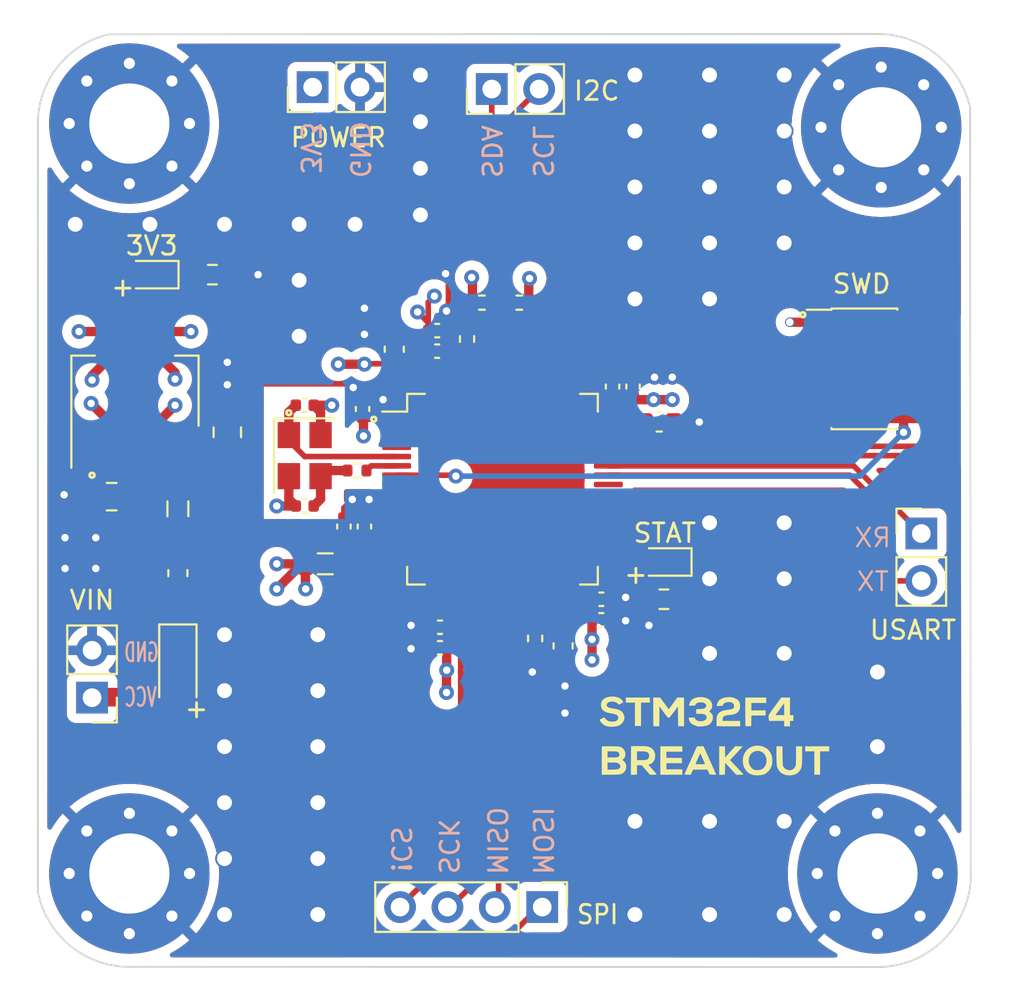
<source format=kicad_pcb>
(kicad_pcb (version 20211014) (generator pcbnew)
  (layers (0 "F.Cu" signal) (1 "In1.Cu" power) (2 "In2.Cu" power) (31 "B.Cu" signal) (34 "B.Paste" user) (35 "F.Paste" user) (36 "B.SilkS" user "B.Silkscreen") (37 "F.SilkS" user "F.Silkscreen") (38 "B.Mask" user) (39 "F.Mask" user) (44 "Edge.Cuts" user))
  (net 0 "")
  (net 1 "Net-(D3-Pad1)")
  (net 2 "GND")
  (net 3 "Net-(D2-Pad1)")
  (net 4 "+3V3")
  (net 5 "I2C1_SCL")
  (net 6 "HSE_OUT")
  (net 7 "Net-(C18-Pad1)")
  (net 8 "I2C1_SDA")
  (net 9 "BOOT1")
  (net 10 "BOOT0")
  (net 11 "Net-(C1-Pad1)")
  (net 15 "HSE_IN")
  (net 16 "NRST")
  (net 21 "+3.3VA")
  (net 26 "SPI1_CS")
  (net 27 "SPI1_SCK")
  (net 28 "SPI1_MISO")
  (net 29 "SPI1_MOSI")
  (net 36 "Net-(C15-Pad1)")
  (net 37 "Net-(D3-Pad2)")
  (net 46 "USART1_TX")
  (net 47 "USART1_RX")
  (net 50 "SWDIO")
  (net 51 "Net-(C16-Pad1)")
  (net 52 "SWCLK")
  (net 58 "SWO")
  (net 63 "Net-(F1-Pad2)")
  (net 64 "Net-(D1-Pad1)")
  (net 65 "VCC")
  (footprint "MountingHole:MountingHole_4.3mm_M4_Pad_Via" (layer "F.Cu") (at 107.2 72.8)
    (fp_text reference "H2")
    (fp_text value "MountingHole_Pad")
  )
  (footprint "Connector_PinHeader_2.54mm:PinHeader_1x02_P2.54mm_Vertical" (layer "F.Cu") (at 109.35 94.575)
    (fp_text reference "J2")
    (fp_text value "Conn_01x02")
  )
  (footprint "Capacitor_SMD:C_0402_1005Metric" (layer "F.Cu") (at 92.8 86.7 90)
    (fp_text reference "C9")
    (fp_text value "100nf")
  )
  (footprint "Capacitor_SMD:C_0805_2012Metric" (layer "F.Cu") (at 72.15 89.15 90)
    (fp_text reference "C1")
    (fp_text value "10u")
  )
  (footprint "MountingHole:MountingHole_4.3mm_M4_Pad_Via" (layer "F.Cu") (at 107 112.8)
    (fp_text reference "H3")
    (fp_text value "MountingHole_Pad")
  )
  (footprint "Capacitor_SMD:C_0402_1005Metric" (layer "F.Cu") (at 83.55 100.7 180)
    (fp_text reference "C6")
    (fp_text value "100nf")
  )
  (footprint "Package_QFP:LQFP-64_10x10mm_P0.5mm" (layer "F.Cu") (at 86.9 92.2)
    (fp_text reference "U2")
    (fp_text value "STM32F405RGTx")
  )
  (footprint "Resistor_SMD:R_0603_1608Metric" (layer "F.Cu") (at 95.55 98.1 180)
    (fp_text reference "R7")
    (fp_text value "2k2")
  )
  (footprint "Connector_PinHeader_2.54mm:PinHeader_1x02_P2.54mm_Vertical" (layer "F.Cu") (at 64.9 103.375 180)
    (fp_text reference "J1")
    (fp_text value "Conn_01x02")
  )
  (footprint "Capacitor_SMD:C_0402_1005Metric" (layer "F.Cu") (at 83.4 83.7)
    (fp_text reference "C12")
    (fp_text value "100nf")
  )
  (footprint "Inductor_SMD:L_0805_2012Metric" (layer "F.Cu") (at 77.4 96.2 180)
    (fp_text reference "FB2")
    (fp_text value "100 @ 100 MHz")
  )
  (footprint "Resistor_SMD:R_0402_1005Metric" (layer "F.Cu") (at 85.8 82.2)
    (fp_text reference "R5")
    (fp_text value "2k2")
  )
  (footprint "Resistor_SMD:R_0402_1005Metric" (layer "F.Cu") (at 85 84.15 90)
    (fp_text reference "R2")
    (fp_text value "10k")
  )
  (footprint "MountingHole:MountingHole_4.3mm_M4_Pad_Via" (layer "F.Cu") (at 66.9 112.8)
    (fp_text reference "H4")
    (fp_text value "MountingHole_Pad")
  )
  (footprint "logosilkscreen:F4Silkscreen" (layer "F.Cu") (at 98.3 105.4)
    (fp_text reference "G***" hide)
    (fp_text value "LOGO" hide)
  )
  (footprint "Resistor_SMD:R_0402_1005Metric" (layer "F.Cu") (at 88.65 100.2 -90)
    (fp_text reference "R3")
    (fp_text value "10k")
  )
  (footprint "Crystal:Crystal_SMD_3225-4Pin_3.2x2.5mm" (layer "F.Cu") (at 76.3 90.4 -90)
    (fp_text reference "HSE1")
    (fp_text value "16MHz")
  )
  (footprint "LED_SMD:LED_0603_1608Metric" (layer "F.Cu") (at 68.05 80.7 180)
    (fp_text reference "D2")
    (fp_text value "Red")
  )
  (footprint "Capacitor_SMD:C_0402_1005Metric" (layer "F.Cu") (at 83.4 84.8)
    (fp_text reference "C11")
    (fp_text value "100nf")
  )
  (footprint "Connector_PinHeader_2.54mm:PinHeader_1x02_P2.54mm_Vertical" (layer "F.Cu") (at 86.325 70.75 90)
    (fp_text reference "J5")
    (fp_text value "Conn_01x02")
  )
  (footprint "LED_SMD:LED_0603_1608Metric" (layer "F.Cu") (at 95.55 96.1 180)
    (fp_text reference "D3")
    (fp_text value "Red")
  )
  (footprint "Capacitor_SMD:C_0402_1005Metric" (layer "F.Cu") (at 78.4 94.2 90)
    (fp_text reference "C13")
    (fp_text value "100nf")
  )
  (footprint "Capacitor_SMD:C_0603_1608Metric" (layer "F.Cu") (at 95.3 88.6)
    (fp_text reference "C16")
    (fp_text value "2.2u")
  )
  (footprint "Capacitor_SMD:C_0402_1005Metric" (layer "F.Cu") (at 76.3 87.7)
    (fp_text reference "C17")
    (fp_text value "12p")
  )
  (footprint "Capacitor_SMD:C_0402_1005Metric" (layer "F.Cu") (at 83.55 99.6 180)
    (fp_text reference "C5")
    (fp_text value "100nf")
  )
  (footprint "MountingHole:MountingHole_4.3mm_M4_Pad_Via" (layer "F.Cu") (at 66.9 72.6)
    (fp_text reference "H1")
    (fp_text value "MountingHole_Pad")
  )
  (footprint "Capacitor_SMD:C_0603_1608Metric" (layer "F.Cu") (at 90.15 100.6 -90)
    (fp_text reference "C15")
    (fp_text value "2.2u")
  )
  (footprint "Resistor_SMD:R_0402_1005Metric" (layer "F.Cu") (at 87.8 82.2 180)
    (fp_text reference "R4")
    (fp_text value "2k2")
  )
  (footprint "Inductor_SMD:L_0805_2012Metric" (layer "F.Cu") (at 69.5 93.25 -90)
    (fp_text reference "FB1")
    (fp_text value "100 @ 100 MHz")
  )
  (footprint "Capacitor_SMD:C_0402_1005Metric" (layer "F.Cu") (at 92.2 99.2)
    (fp_text reference "C8")
    (fp_text value "100nf")
  )
  (footprint "Diode_SMD:D_SOD-123" (layer "F.Cu") (at 69.5 101.7 -90)
    (fp_text reference "D1")
    (fp_text value "B5819W")
  )
  (footprint "Capacitor_SMD:C_0402_1005Metric" (layer "F.Cu") (at 93.9 86.7 90)
    (fp_text reference "C10")
    (fp_text value "100nf")
  )
  (footprint "Connector_PinHeader_2.54mm:PinHeader_1x02_P2.54mm_Vertical" (layer "F.Cu") (at 76.725 70.65 90)
    (fp_text reference "J3")
    (fp_text value "Conn_01x02")
  )
  (footprint "Resistor_SMD:R_0603_1608Metric" (layer "F.Cu") (at 71.35 80.7)
    (fp_text reference "R1")
    (fp_text value "2k2")
  )
  (footprint "Package_TO_SOT_SMD:SOT-223-3_TabPin2" (layer "F.Cu") (at 67.2 86.95 90)
    (fp_text reference "U1")
    (fp_text value "AMS1117-3.3")
  )
  (footprint "Capacitor_SMD:C_0402_1005Metric" (layer "F.Cu") (at 79.4 87.9 90)
    (fp_text reference "C4")
    (fp_text value "100nf")
  )
  (footprint "Connector_PinHeader_2.54mm:PinHeader_1x04_P2.54mm_Vertical" (layer "F.Cu") (at 89.03 114.6 -90)
    (fp_text reference "J6")
    (fp_text value "Conn_01x04")
  )
  (footprint "Capacitor_SMD:C_0402_1005Metric" (layer "F.Cu") (at 76.3 93.1 180)
    (fp_text reference "C18")
    (fp_text value "12p")
  )
  (footprint "Capacitor_SMD:C_0805_2012Metric" (layer "F.Cu") (at 65.95 92.6 180)
    (fp_text reference "C2")
    (fp_text value "10u")
  )
  (footprint "Capacitor_SMD:C_0402_1005Metric" (layer "F.Cu") (at 79.5 94.2 90)
    (fp_text reference "C14")
    (fp_text value "10n")
  )
  (footprint "Capacitor_SMD:C_0402_1005Metric" (layer "F.Cu") (at 92.2 98.1)
    (fp_text reference "C7")
    (fp_text value "100nf")
  )
  (footprint "Capacitor_SMD:C_0603_1608Metric" (layer "F.Cu") (at 81.1 84.7 90)
    (fp_text reference "C3")
    (fp_text value "10u")
  )
  (footprint "Fuse:Fuse_0603_1608Metric" (layer "F.Cu") (at 69.5 96.7 90)
    (fp_text reference "F1")
    (fp_text value "500mA")
  )
  (footprint "Resistor_SMD:R_0402_1005Metric" (layer "F.Cu") (at 79.1 91.2 180)
    (fp_text reference "R6")
    (fp_text value "220")
  )
  (footprint "Connector_PinHeader_1.27mm:PinHeader_2x05_P1.27mm_Vertical_SMD" (layer "F.Cu") (at 106.3 85.75)
    (fp_text reference "J4")
    (fp_text value "Conn_02x05_Odd_Even")
  )
  (gr_circle (center 103 82.85) (end 103 82.8) (layer "F.SilkS") (width 0.15) (fill none))
  (gr_circle (center 80 88.45) (end 80 88.4) (layer "F.SilkS") (width 0.15) (fill none))
  (gr_circle (center 64.9 91.45) (end 64.9 91.4) (layer "F.SilkS") (width 0.15) (fill none))
  (gr_circle (center 75.45 88.1) (end 75.45 88.05) (layer "F.SilkS") (width 0.15) (fill none))
  (gr_arc (start 62.000001 72.4) (mid 63.130443 69.463053) (end 65.813153 67.817871) (layer "Edge.Cuts") (width 0.1))
  (gr_line (start 61.997508 113.802782) (end 62.000001 72.4) (layer "Edge.Cuts") (width 0.1))
  (gr_line (start 65.813153 67.817871) (end 106.9 67.8) (layer "Edge.Cuts") (width 0.1))
  (gr_arc (start 112 113.2) (mid 110.40247 116.485539) (end 107 117.815974) (layer "Edge.Cuts") (width 0.1))
  (gr_line (start 107 117.815974) (end 67.1 117.8) (layer "Edge.Cuts") (width 0.1))
  (gr_arc (start 67.1 117.8) (mid 63.814097 116.739188) (end 61.997508 113.802782) (layer "Edge.Cuts") (width 0.1))
  (gr_line (start 111.965382 71.731675) (end 112 113.2) (layer "Edge.Cuts") (width 0.1))
  (gr_arc (start 106.9 67.8) (mid 110.127699 68.870422) (end 111.965382 71.731675) (layer "Edge.Cuts") (width 0.1))
  (gr_text "!CS" (at 81.45 111.5 270) (layer "B.SilkS") (effects (font (size 1 1)) (justify mirror)))
  (gr_text "SCL\n" (at 89.05 74.1 270) (layer "B.SilkS") (effects (font (size 1 1)) (justify mirror)))
  (gr_text "VCC" (at 67.5 103.35) (layer "B.SilkS") (effects (font (size 1 0.6) (thickness 0.125)) (justify mirror)))
  (gr_text "3V3" (at 76.6 73.9 270) (layer "B.SilkS") (effects (font (size 1 1)) (justify mirror)))
  (gr_text "MISO\n" (at 86.6 111.05 270) (layer "B.SilkS") (effects (font (size 1 1)) (justify mirror)))
  (gr_text "SDA\n" (at 86.3 74.1 270) (layer "B.SilkS") (effects (font (size 1 1)) (justify mirror)))
  (gr_text "GND" (at 67.55 100.95) (layer "B.SilkS") (effects (font (size 1 0.6) (thickness 0.125)) (justify mirror)))
  (gr_text "SCK" (at 84 111.35 270) (layer "B.SilkS") (effects (font (size 1 1)) (justify mirror)))
  (gr_text "GND" (at 79.25 74 270) (layer "B.SilkS") (effects (font (size 1 1)) (justify mirror)))
  (gr_text "TX\n" (at 106.75 97.15) (layer "B.SilkS") (effects (font (size 1 1) (thickness 0.125)) (justify mirror)))
  (gr_text "RX\n" (at 106.75 94.8) (layer "B.SilkS") (effects (font (size 1 1) (thickness 0.125)) (justify mirror)))
  (gr_text "MOSI" (at 89.05 111.05 270) (layer "B.SilkS") (effects (font (size 1 1)) (justify mirror)))
  (gr_text "POWER\n" (at 78.1 73.35) (layer "F.SilkS") (effects (font (size 1 1))))
  (gr_text "STAT" (at 95.6 94.55) (layer "F.SilkS") (effects (font (size 1 1))))
  (gr_text "+" (at 66.55 81.35) (layer "F.SilkS") (effects (font (size 1 1))))
  (gr_text "+" (at 94.05 96.75) (layer "F.SilkS") (effects (font (size 1 1))))
  (gr_text "USART" (at 108.9 99.75) (layer "F.SilkS") (effects (font (size 1 1))))
  (gr_text "+" (at 70.5 103.95) (layer "F.SilkS") (effects (font (size 1 1))))
  (gr_text "SPI\n" (at 92 115) (layer "F.SilkS") (effects (font (size 1 0.9))))
  (gr_text "SWD" (at 106.15 81.2) (layer "F.SilkS") (effects (font (size 1 1))))
  (gr_text "3V3" (at 68.1 79.15) (layer "F.SilkS") (effects (font (size 1 1))))
  (gr_text "VIN\n\n" (at 64.9 98.95) (layer "F.SilkS") (effects (font (size 1 1))))
  (gr_text "I2C" (at 91.95 70.85) (layer "F.SilkS") (effects (font (size 1 1))))
  (segment (start 96.3375 96.1) (end 96.3375 98.0625) (width 0.5) (layer "F.Cu") (net 1))
  (segment (start 96.3375 98.0625) (end 96.375 98.1) (width 0.5) (layer "F.Cu") (net 1))
  (segment (start 83.88 82.67) (end 83.9 82.65) (width 0.3) (layer "F.Cu") (net 2))
  (segment (start 95.05 86.2) (end 93.92 86.2) (width 0.5) (layer "F.Cu") (net 2))
  (segment (start 83.88 84.8) (end 83.88 83.7) (width 0.3) (layer "F.Cu") (net 2))
  (segment (start 75.45 91.5) (end 75.45 92.73) (width 0.5) (layer "F.Cu") (net 2))
  (segment (start 96 86.2) (end 95.05 86.2) (width 0.5) (layer "F.Cu") (net 2))
  (segment (start 94.725 98.1) (end 94.725 99.475) (width 0.5) (layer "F.Cu") (net 2))
  (segment (start 81.1 83.925) (end 80.925 83.925) (width 0.5) (layer "F.Cu") (net 2))
  (segment (start 77.15 88.07) (end 76.78 87.7) (width 0.5) (layer "F.Cu") (net 2))
  (segment (start 72.175 80.7) (end 73.8 80.7) (width 0.5) (layer "F.Cu") (net 2))
  (segment (start 79.73 93.95) (end 79.5 93.72) (width 0.3) (layer "F.Cu") (net 2))
  (segment (start 90.25 102.75) (end 90.25 104.2) (width 0.5) (layer "F.Cu") (net 2))
  (segment (start 93.92 86.2) (end 93.9 86.22) (width 0.5) (layer "F.Cu") (net 2))
  (segment (start 79.4 87.42) (end 79.4 87.25) (width 0.5) (layer "F.Cu") (net 2))
  (segment (start 92.68 98.1) (end 92.68 99.2) (width 0.5) (layer "F.Cu") (net 2))
  (segment (start 78.4 93.72) (end 78.4 93.2) (width 0.3) (layer "F.Cu") (net 2))
  (segment (start 92.8 86.22) (end 93.9 86.22) (width 0.5) (layer "F.Cu") (net 2))
  (segment (start 90.15 102.65) (end 90.25 102.75) (width 0.5) (layer "F.Cu") (net 2))
  (segment (start 83.07 99.557035) (end 83.07 99.6) (width 0.3) (layer "F.Cu") (net 2))
  (segment (start 83.65 85.03) (end 83.88 84.8) (width 0.3) (layer "F.Cu") (net 2))
  (segment (start 72.15 88.2) (end 72.15 86.6) (width 0.5) (layer "F.Cu") (net 2))
  (segment (start 79.4 87.42) (end 80.48 87.42) (width 0.5) (layer "F.Cu") (net 2))
  (segment (start 72.15 86.6) (end 72.15 85.4) (width 0.5) (layer "F.Cu") (net 2))
  (segment (start 78.4 93.2) (end 78.85 92.75) (width 0.3) (layer "F.Cu") (net 2))
  (segment (start 93.45 99.2) (end 93.5 99.25) (width 0.5) (layer "F.Cu") (net 2))
  (segment (start 79.5 93) (end 79.75 92.75) (width 0.3) (layer "F.Cu") (net 2))
  (segment (start 88.65 100.71) (end 88.65 101.85) (width 0.5) (layer "F.Cu") (net 2))
  (segment (start 64.9 90.1) (end 64.9 92.5) (width 1) (layer "F.Cu") (net 2))
  (segment (start 79.4 87.25) (end 78.9 86.75) (width 0.5) (layer "F.Cu") (net 2))
  (segment (start 82.05 100.7) (end 82 100.75) (width 0.3) (layer "F.Cu") (net 2))
  (segment (start 82.1 99.6) (end 82 99.5) (width 0.3) (layer "F.Cu") (net 2))
  (segment (start 93.4 98.1) (end 93.5 98) (width 0.5) (layer "F.Cu") (net 2))
  (segment (start 74.8 93.1) (end 75.82 93.1) (width 0.5) (layer "F.Cu") (net 2))
  (segment (start 88.65 101.85) (end 88.5 102) (width 0.5) (layer "F.Cu") (net 2))
  (segment (start 77.75 87.7) (end 76.78 87.7) (width 0.5) (layer "F.Cu") (net 2))
  (segment (start 81.225 93.95) (end 79.73 93.95) (width 0.3) (layer "F.Cu") (net 2))
  (segment (start 72.15 88.2) (end 72.15 87.7) (width 0.5) (layer "F.Cu") (net 2))
  (segment (start 90.15 101.375) (end 90.15 102.65) (width 0.5) (layer "F.Cu") (net 2))
  (segment (start 84 82.55) (end 84 80.8) (width 0.3) (layer "F.Cu") (net 2))
  (segment (start 92.68 99.2) (end 93.45 99.2) (width 0.5) (layer "F.Cu") (net 2))
  (segment (start 83.65 86.525) (end 83.65 85.03) (width 0.3) (layer "F.Cu") (net 2))
  (segment (start 83.07 99.6) (end 83.07 100.7) (width 0.3) (layer "F.Cu") (net 2))
  (segment (start 94.725 99.475) (end 94.75 99.5) (width 0.5) (layer "F.Cu") (net 2))
  (segment (start 96.075 88.6) (end 97.45 88.6) (width 0.5) (layer "F.Cu") (net 2))
  (segment (start 79.525 83.925) (end 79.5 83.9) (width 0.5) (layer "F.Cu") (net 2))
  (segment (start 83.94 83.64) (end 83.88 83.7) (width 0.5) (layer "F.Cu") (net 2))
  (segment (start 80.48 87.42) (end 80.5 87.4) (width 0.5) (layer "F.Cu") (net 2))
  (segment (start 85 83.64) (end 83.94 83.64) (width 0.5) (layer "F.Cu") (net 2))
  (segment (start 83.07 99.6) (end 82.1 99.6) (width 0.3) (layer "F.Cu") (net 2))
  (segment (start 83.65 97.875) (end 83.65 98.977035) (width 0.3) (layer "F.Cu") (net 2))
  (segment (start 83.9 82.65) (end 84 82.55) (width 0.3) (layer "F.Cu") (net 2))
  (segment (start 83.65 98.977035) (end 83.07 99.557035) (width 0.3) (layer "F.Cu") (net 2))
  (segment (start 64.9 92.5) (end 65 92.6) (width 1) (layer "F.Cu") (net 2))
  (segment (start 75.45 92.73) (end 75.82 93.1) (width 0.5) (layer "F.Cu") (net 2))
  (segment (start 77.15 89.3) (end 77.15 88.07) (width 0.5) (layer "F.Cu") (net 2))
  (segment (start 79.5 93.72) (end 79.5 93) (width 0.3) (layer "F.Cu") (net 2))
  (segment (start 80.925 83.925) (end 79.5 82.5) (width 0.5) (layer "F.Cu") (net 2))
  (segment (start 83.88 83.7) (end 83.88 82.67) (width 0.3) (layer "F.Cu") (net 2))
  (segment (start 83.07 100.7) (end 82.05 100.7) (width 0.3) (layer "F.Cu") (net 2))
  (segment (start 79.5 93.72) (end 78.4 93.72) (width 0.3) (layer "F.Cu") (net 2))
  (segment (start 84 80.8) (end 83.85 80.65) (width 0.3) (layer "F.Cu") (net 2))
  (segment (start 92.68 98.1) (end 93.4 98.1) (width 0.5) (layer "F.Cu") (net 2))
  (segment (start 81.1 83.925) (end 79.525 83.925) (width 0.5) (layer "F.Cu") (net 2))
  (via (at 76 84) (size 1) (drill 0.8) (layers "F.Cu" "B.Cu") (net 2))
  (via (at 77 103) (size 1) (drill 0.8) (layers "F.Cu" "B.Cu") (net 2))
  (via (at 64 78) (size 1) (drill 0.8) (layers "F.Cu" "B.Cu") (net 2))
  (via (at 90.25 104.2) (size 0.8) (drill 0.4) (layers "F.Cu" "B.Cu") (net 2))
  (via (at 72.15 85.4) (size 0.8) (drill 0.4) (layers "F.Cu" "B.Cu") (net 2))
  (via (at 98 97) (size 1) (drill 0.8) (layers "F.Cu" "B.Cu") (net 2))
  (via (at 98 79) (size 1) (drill 0.8) (layers "F.Cu" "B.Cu") (net 2))
  (via (at 77 109) (size 1) (drill 0.8) (layers "F.Cu" "B.Cu") (net 2))
  (via (at 82.5 77.5) (size 1) (drill 0.8) (layers "F.Cu" "B.Cu") (net 2))
  (via (at 72 109) (size 1) (drill 0.8) (layers "F.Cu" "B.Cu") (net 2))
  (via (at 79.5 83.9) (size 0.8) (drill 0.4) (layers "F.Cu" "B.Cu") (net 2))
  (via (at 74.8 93.1) (size 0.8) (drill 0.4) (layers "F.Cu" "B.Cu") (net 2))
  (via (at 68 78) (size 1) (drill 0.8) (layers "F.Cu" "B.Cu") (net 2))
  (via (at 77 112) (size 1) (drill 0.8) (layers "F.Cu" "B.Cu") (net 2))
  (via (at 77.75 87.7) (size 0.8) (drill 0.4) (layers "F.Cu" "B.Cu") (net 2))
  (via (at 78.85 92.75) (size 0.8) (drill 0.4) (layers "F.Cu" "B.Cu") (net 2))
  (via (at 102 76) (size 1) (drill 0.8) (layers "F.Cu" "B.Cu") (net 2))
  (via (at 72 106) (size 1) (drill 0.8) (layers "F.Cu" "B.Cu") (net 2))
  (via (at 93.5 99.25) (size 0.8) (drill 0.4) (layers "F.Cu" "B.Cu") (net 2))
  (via (at 79.75 92.75) (size 0.8) (drill 0.4) (layers "F.Cu" "B.Cu") (net 2))
  (via (at 97.45 88.6) (size 0.8) (drill 0.4) (layers "F.Cu" "B.Cu") (net 2))
  (via (at 78.9 86.75) (size 0.8) (drill 0.4) (layers "F.Cu" "B.Cu") (net 2))
  (via (at 65.1 96.45) (size 0.8) (drill 0.4) (layers "F.Cu" "B.Cu") (net 2))
  (via (at 102 73) (size 1) (drill 0.8) (layers "F.Cu" "B.Cu") (net 2))
  (via (at 94 76) (size 1) (drill 0.8) (layers "F.Cu" "B.Cu") (net 2))
  (via (at 98 115) (size 1) (drill 0.8) (layers "F.Cu" "B.Cu") (net 2))
  (via (at 79.5 82.5) (size 0.8) (drill 0.4) (layers "F.Cu" "B.Cu") (net 2))
  (via (at 63.45 96.45) (size 0.8) (drill 0.4) (layers "F.Cu" "B.Cu") (net 2))
  (via (at 98 110) (size 1) (drill 0.8) (layers "F.Cu" "B.Cu") (net 2))
  (via (at 102 115) (size 1) (drill 0.8) (layers "F.Cu" "B.Cu") (net 2))
  (via (at 82 99.5) (size 0.8) (drill 0.4) (layers "F.Cu" "B.Cu") (net 2))
  (via (at 79 78) (size 1) (drill 0.8) (layers "F.Cu" "B.Cu") (net 2))
  (via (at 88.5 102) (size 0.8) (drill 0.4) (layers "F.Cu" "B.Cu") (net 2))
  (via (at 94 110) (size 1) (drill 0.8) (layers "F.Cu" "B.Cu") (net 2))
  (via (at 72 115) (size 1) (drill 0.8) (layers "F.Cu" "B.Cu") (net 2))
  (via (at 98 76) (size 1) (drill 0.8) (layers "F.Cu" "B.Cu") (net 2))
  (via (at 77 106) (size 1) (drill 0.8) (layers "F.Cu" "B.Cu") (net 2))
  (via (at 76 81) (size 1) (drill 0.8) (layers "F.Cu" "B.Cu") (net 2))
  (via (at 72.15 86.6) (size 0.8) (drill 0.4) (layers "F.Cu" "B.Cu") (net 2))
  (via (at 80.5 87.4) (size 0.8) (drill 0.4) (layers "F.Cu" "B.Cu") (net 2))
  (via (at 72 78) (size 1) (drill 0.8) (layers "F.Cu" "B.Cu") (net 2))
  (via (at 94 115) (size 1) (drill 0.8) (layers "F.Cu" "B.Cu") (net 2))
  (via (at 96 86.2) (size 0.8) (drill 0.4) (layers "F.Cu" "B.Cu") (net 2))
  (via (at 95.05 86.2) (size 0.8) (drill 0.4) (layers "F.Cu" "B.Cu") (net 2))
  (via (at 83.85 80.65) (size 0.8) (drill 0.4) (layers "F.Cu" "B.Cu") (net 2))
  (via (at 76 78) (size 1) (drill 0.8) (layers "F.Cu" "B.Cu") (net 2))
  (via (at 63.45 94.8) (size 0.8) (drill 0.4) (layers "F.Cu" "B.Cu") (net 2))
  (via (at 107 102) (size 1) (drill 0.8) (layers "F.Cu" "B.Cu") (net 2))
  (via (at 77 100) (size 1) (drill 0.8) (layers "F.Cu" "B.Cu") (net 2))
  (via (at 65.1 94.8) (size 0.8) (drill 0.4) (layers "F.Cu" "B.Cu") (net 2))
  (via (at 102 110) (size 1) (drill 0.8) (layers "F.Cu" "B.Cu") (net 2))
  (via (at 98 70) (size 1) (drill 0.8) (layers "F.Cu" "B.Cu") (net 2))
  (via (at 94 79) (size 1) (drill 0.8) (layers "F.Cu" "B.Cu") (net 2))
  (via (at 73.8 80.7) (size 0.8) (drill 0.4) (layers "F.Cu" "B.Cu") (net 2))
  (via (at 98 82) (size 1) (drill 0.8) (layers "F.Cu" "B.Cu") (net 2))
  (via (at 102 101) (size 1) (drill 0.8) (layers "F.Cu" "B.Cu") (net 2))
  (via (at 72 112) (size 1) (drill 0.8) (layers "F.Cu" "B.Cu") (net 2))
  (via (at 72 100) (size 1) (drill 0.8) (layers "F.Cu" "B.Cu") (net 2))
  (via (at 82.5 75) (size 1) (drill 0.8) (layers "F.Cu" "B.Cu") (net 2))
  (via (at 94 70) (size 1) (drill 0.8) (layers "F.Cu" "B.Cu") (net 2))
  (via (at 107 106) (size 1) (drill 0.8) (layers "F.Cu" "B.Cu") (net 2))
  (via (at 82.5 70) (size 1) (drill 0.8) (layers "F.Cu" "B.Cu") (net 2))
  (via (at 82 100.75) (size 0.8) (drill 0.4) (layers "F.Cu" "B.Cu") (net 2))
  (via (at 83.9 82.65) (size 0.8) (drill 0.4) (layers "F.Cu" "B.Cu") (net 2))
  (via (at 102 97) (size 1) (drill 0.8) (layers "F.Cu" "B.Cu") (net 2))
  (via (at 93.5 98) (size 0.8) (drill 0.4) (layers "F.Cu" "B.Cu") (net 2))
  (via (at 98 73) (size 1) (drill 0.8) (layers "F.Cu" "B.Cu") (net 2))
  (via (at 82.5 72.5) (size 1) (drill 0.8) (layers "F.Cu" "B.Cu") (net 2))
  (via (at 98 101) (size 1) (drill 0.8) (layers "F.Cu" "B.Cu") (net 2))
  (via (at 72 103) (size 1) (drill 0.8) (layers "F.Cu" "B.Cu") (net 2))
  (via (at 98 94) (size 1) (drill 0.8) (layers "F.Cu" "B.Cu") (net 2))
  (via (at 63.4 92.5) (size 0.8) (drill 0.4) (layers "F.Cu" "B.Cu") (net 2))
  (via (at 77 115) (size 1) (drill 0.8) (layers "F.Cu" "B.Cu") (net 2))
  (via (at 102 70) (size 1) (drill 0.8) (layers "F.Cu" "B.Cu") (net 2))
  (via (at 90.25 102.75) (size 0.8) (drill 0.4) (layers "F.Cu" "B.Cu") (net 2))
  (via (at 94 82) (size 1) (drill 0.8) (layers "F.Cu" "B.Cu") (net 2))
  (via (at 102 79) (size 1) (drill 0.8) (layers "F.Cu" "B.Cu") (net 2))
  (via (at 102 94) (size 1) (drill 0.8) (layers "F.Cu" "B.Cu") (net 2))
  (via (at 94.75 99.5) (size 0.8) (drill 0.4) (layers "F.Cu" "B.Cu") (net 2))
  (via (at 94 73) (size 1) (drill 0.8) (layers "F.Cu" "B.Cu") (net 2))
  (segment (start 68.8375 80.7) (end 70.525 80.7) (width 0.5) (layer "F.Cu") (net 3))
  (segment (start 92.575 88.45) (end 92.575 87.405) (width 0.3) (layer "F.Cu") (net 4))
  (segment (start 78.1 85.5) (end 79.5 85.5) (width 0.5) (layer "F.Cu") (net 4))
  (segment (start 91.72 98.1) (end 91.72 99.2) (width 0.3) (layer "F.Cu") (net 4))
  (segment (start 82.92 84.8) (end 82.92 83.7) (width 0.3) (layer "F.Cu") (net 4))
  (segment (start 79.45 88.43) (end 79.4 88.38) (width 0.5) (layer "F.Cu") (net 4))
  (segment (start 64.85 87.6) (end 67.2 89.95) (width 0.5) (layer "F.Cu") (net 4))
  (segment (start 82.92 83.7) (end 82.92 83.27) (width 0.3) (layer "F.Cu") (net 4))
  (segment (start 82.92 82.18) (end 83.25 81.85) (width 0.3) (layer "F.Cu") (net 4))
  (segment (start 81.775 84.8) (end 81.1 85.475) (width 0.3) (layer "F.Cu") (net 4))
  (segment (start 96 87.4) (end 95 87.4) (width 0.5) (layer "F.Cu") (net 4))
  (segment (start 69.35 85.95) (end 67.2 83.8) (width 0.5) (layer "F.Cu") (net 4))
  (segment (start 79.525 85.475) (end 79.5 85.5) (width 0.3) (layer "F.Cu") (net 4))
  (segment (start 64.9 86.1) (end 67.2 83.8) (width 0.5) (layer "F.Cu") (net 4))
  (segment (start 104.31 83.25) (end 104.35 83.21) (width 0.5) (layer "F.Cu") (net 4))
  (segment (start 76.3375 96.2) (end 74.8 96.2) (width 0.5) (layer "F.Cu") (net 4))
  (segment (start 67.25 83.75) (end 67.2 83.8) (width 0.5) (layer "F.Cu") (net 4))
  (segment (start 76.3375 96.2) (end 76.3375 97.5375) (width 0.5) (layer "F.Cu") (net 4))
  (segment (start 83.15 85.03) (end 82.92 84.8) (width 0.3) (layer "F.Cu") (net 4))
  (segment (start 81.1 85.475) (end 79.525 85.475) (width 0.3) (layer "F.Cu") (net 4))
  (segment (start 88.31 80.94) (end 88.35 80.9) (width 0.5) (layer "F.Cu") (net 4))
  (segment (start 94.12 87.4) (end 93.9 87.18) (width 0.5) (layer "F.Cu") (net 4))
  (segment (start 67.2 90.1) (end 67.2 92.3) (width 0.5) (layer "F.Cu") (net 4))
  (segment (start 85.29 82.2) (end 85.29 80.89) (width 0.5) (layer "F.Cu") (net 4))
  (segment (start 84.15 99.48) (end 84.03 99.6) (width 0.3) (layer "F.Cu") (net 4))
  (segment (start 84.03 99.6) (end 84.03 100.7) (width 0.3) (layer "F.Cu") (net 4))
  (segment (start 76.3375 96.2) (end 76.15 96.2) (width 0.5) (layer "F.Cu") (net 4))
  (segment (start 92.575 87.405) (end 92.8 87.18) (width 0.3) (layer "F.Cu") (net 4))
  (segment (start 82.92 83.27) (end 82.35 82.7) (width 0.3) (layer "F.Cu") (net 4))
  (segment (start 91.7 99.22) (end 91.72 99.2) (width 0.5) (layer "F.Cu") (net 4))
  (segment (start 83.9 103.1) (end 83.9 101.9105) (width 0.5) (layer "F.Cu") (net 4))
  (segment (start 67.2 89.85) (end 67.2 90.1) (width 0.5) (layer "F.Cu") (net 4))
  (segment (start 67.2 83.8) (end 67.2 80.7625) (width 1) (layer "F.Cu") (net 4))
  (segment (start 69.35 87.7) (end 67.2 89.85) (width 0.5) (layer "F.Cu") (net 4))
  (segment (start 91.7 101.35) (end 91.7 100.25) (width 0.5) (layer "F.Cu") (net 4))
  (segment (start 92.8 87.18) (end 93.9 87.18) (width 0.3) (layer "F.Cu") (net 4))
  (segment (start 95 87.4) (end 94.12 87.4) (width 0.5) (layer "F.Cu") (net 4))
  (segment (start 67.2 89.95) (end 67.2 90.1) (width 0.5) (layer "F.Cu") (net 4))
  (segment (start 67.2 80.7625) (end 67.2625 80.7) (width 1) (layer "F.Cu") (net 4))
  (segment (start 82.92 84.8) (end 81.775 84.8) (width 0.3) (layer "F.Cu") (net 4))
  (segment (start 64.9 86.35) (end 64.9 86.1) (width 0.5) (layer "F.Cu") (net 4))
  (segment (start 83.9105 100.8195) (end 84.03 100.7) (width 0.5) (layer "F.Cu") (net 4))
  (segment (start 64.2 83.75) (end 67.15 83.75) (width 0.5) (layer "F.Cu") (net 4))
  (segment (start 83.9 101.9105) (end 83.9105 101.9) (width 0.5) (layer "F.Cu") (net 4))
  (segment (start 82.92 83.7) (end 82.92 82.18) (width 0.3) (layer "F.Cu") (net 4))
  (segment (start 91.495 97.875) (end 91.72 98.1) (width 0.3) (layer "F.Cu") (net 4))
  (segment (start 84.15 97.875) (end 84.15 99.48) (width 0.3) (layer "F.Cu") (net 4))
  (segment (start 79.47 88.45) (end 79.4 88.38) (width 0.3) (layer "F.Cu") (net 4))
  (segment (start 67.2 92.3) (end 66.9 92.6) (width 0.5) (layer "F.Cu") (net 4))
  (segment (start 67.2 90.1) (end 67.2 83.8) (width 1) (layer "F.Cu") (net 4))
  (segment (start 88.31 82.2) (end 88.31 80.94) (width 0.5) (layer "F.Cu") (net 4))
  (segment (start 83.9105 101.9) (end 83.9105 100.8195) (width 0.5) (layer "F.Cu") (net 4))
  (segment (start 76.15 96.2) (end 74.8 97.55) (width 0.5) (layer "F.Cu") (net 4))
  (segment (start 102.3 83.25) (end 104.31 83.25) (width 0.5) (layer "F.Cu") (net 4))
  (segment (start 83.15 86.525) (end 83.15 85.03) (width 0.3) (layer "F.Cu") (net 4))
  (segment (start 70.2 83.75) (end 67.25 83.75) (width 0.5) (layer "F.Cu") (net 4))
  (segment (start 81.225 88.45) (end 79.47 88.45) (width 0.3) (layer "F.Cu") (net 4))
  (segment (start 69.35 86.3) (end 69.35 85.95) (width 0.5) (layer "F.Cu") (net 4))
  (segment (start 90.65 97.875) (end 91.495 97.875) (width 0.3) (layer "F.Cu") (net 4))
  (segment (start 91.7 100.25) (end 91.7 99.22) (width 0.5) (layer "F.Cu") (net 4))
  (segment (start 76.3375 97.5375) (end 76.35 97.55) (width 0.5) (layer "F.Cu") (net 4))
  (segment (start 67.15 83.75) (end 67.2 83.8) (width 0.5) (layer "F.Cu") (net 4))
  (segment (start 79.45 89.35) (end 79.45 88.43) (width 0.5) (layer "F.Cu") (net 4))
  (segment (start 85.29 80.89) (end 85.25 80.85) (width 0.5) (layer "F.Cu") (net 4))
  (via (at 91.7 100.25) (size 0.8) (drill 0.4) (layers "F.Cu" "B.Cu") (net 4))
  (via (at 69.35 86.3) (size 0.8) (drill 0.4) (layers "F.Cu" "B.Cu") (net 4))
  (via (at 102.3 83.25) (size 0.5) (drill 0.4) (layers "F.Cu" "B.Cu") (net 4))
  (via (at 79.5 85.5) (size 0.8) (drill 0.4) (layers "F.Cu" "B.Cu") (net 4))
  (via (at 83.9105 101.9) (size 0.8) (drill 0.4) (layers "F.Cu" "B.Cu") (net 4))
  (via (at 69.35 87.7) (size 0.8) (drill 0.4) (layers "F.Cu" "B.Cu") (net 4))
  (via (at 96 87.4) (size 0.8) (drill 0.4) (layers "F.Cu" "B.Cu") (net 4))
  (via (at 85.25 80.85) (size 0.8) (drill 0.4) (layers "F.Cu" "B.Cu") (net 4))
  (via (at 91.7 101.35) (size 0.8) (drill 0.4) (layers "F.Cu" "B.Cu") (net 4))
  (via (at 88.35 80.9) (size 0.8) (drill 0.4) (layers "F.Cu" "B.Cu") (net 4))
  (via (at 79.45 89.35) (size 0.8) (drill 0.4) (layers "F.Cu" "B.Cu") (net 4))
  (via (at 78.1 85.5) (size 0.8) (drill 0.4) (layers "F.Cu" "B.Cu") (net 4))
  (via (at 83.25 81.85) (size 0.8) (drill 0.4) (layers "F.Cu" "B.Cu") (net 4))
  (via (at 74.8 96.2) (size 0.8) (drill 0.4) (layers "F.Cu" "B.Cu") (net 4))
  (via (at 70.2 83.75) (size 0.8) (drill 0.4) (layers "F.Cu" "B.Cu") (net 4))
  (via (at 76.35 97.55) (size 0.8) (drill 0.4) (layers "F.Cu" "B.Cu") (net 4))
  (via (at 74.8 97.55) (size 0.8) (drill 0.4) (layers "F.Cu" "B.Cu") (net 4))
  (via (at 64.2 83.75) (size 0.8) (drill 0.4) (layers "F.Cu" "B.Cu") (net 4))
  (via (at 95 87.4) (size 0.8) (drill 0.4) (layers "F.Cu" "B.Cu") (net 4))
  (via (at 83.9 103.1) (size 0.8) (drill 0.4) (layers "F.Cu" "B.Cu") (net 4))
  (via (at 64.9 86.35) (size 0.8) (drill 0.4) (layers "F.Cu" "B.Cu") (net 4))
  (via (at 64.85 87.6) (size 0.8) (drill 0.4) (layers "F.Cu" "B.Cu") (net 4))
  (via (at 82.35 82.7) (size 0.8) (drill 0.4) (layers "F.Cu" "B.Cu") (net 4))
  (segment (start 87.29 82.2) (end 87.29 72.325) (width 0.3) (layer "F.Cu") (net 5))
  (segment (start 87.29 84.508959) (end 87.29 82.2) (width 0.3) (layer "F.Cu") (net 5))
  (segment (start 86.15 86.525) (end 86.15 85.648959) (width 0.3) (layer "F.Cu") (net 5))
  (segment (start 87.29 72.325) (end 88.865 70.75) (width 0.3) (layer "F.Cu") (net 5))
  (segment (start 86.15 85.648959) (end 87.29 84.508959) (width 0.3) (layer "F.Cu") (net 5))
  (segment (start 81.225 90.95) (end 79.86 90.95) (width 0.3) (layer "F.Cu") (net 6))
  (segment (start 79.86 90.95) (end 79.61 91.2) (width 0.3) (layer "F.Cu") (net 6))
  (segment (start 78.59 91.2) (end 77.45 91.2) (width 0.5) (layer "F.Cu") (net 7))
  (segment (start 77.15 92.73) (end 76.78 93.1) (width 0.5) (layer "F.Cu") (net 7))
  (segment (start 77.45 91.2) (end 77.15 91.5) (width 0.5) (layer "F.Cu") (net 7))
  (segment (start 77.15 91.5) (end 77.15 92.73) (width 0.5) (layer "F.Cu") (net 7))
  (segment (start 86.325 82.185) (end 86.325 70.75) (width 0.3) (layer "F.Cu") (net 8))
  (segment (start 86.31 84.355894) (end 86.31 82.2) (width 0.3) (layer "F.Cu") (net 8))
  (segment (start 85.65 86.525) (end 85.65 85.015894) (width 0.3) (layer "F.Cu") (net 8))
  (segment (start 85.65 85.015894) (end 86.31 84.355894) (width 0.3) (layer "F.Cu") (net 8))
  (segment (start 86.31 82.2) (end 86.325 82.185) (width 0.3) (layer "F.Cu") (net 8))
  (segment (start 88.65 97.875) (end 88.65 99.69) (width 0.3) (layer "F.Cu") (net 9))
  (segment (start 85.15 84.81) (end 85 84.66) (width 0.3) (layer "F.Cu") (net 10))
  (segment (start 85.15 86.525) (end 85.15 84.81) (width 0.3) (layer "F.Cu") (net 10))
  (segment (start 69.5 90.1) (end 69.5 92.1875) (width 1) (layer "F.Cu") (net 11))
  (segment (start 72.15 90.1) (end 69.5 90.1) (width 1) (layer "F.Cu") (net 11))
  (segment (start 75.45 89.3) (end 75.45 88.07) (width 0.5) (layer "F.Cu") (net 15))
  (segment (start 76.3 90.45) (end 75.45 89.6) (width 0.3) (layer "F.Cu") (net 15))
  (segment (start 81.225 90.45) (end 76.3 90.45) (width 0.3) (layer "F.Cu") (net 15))
  (segment (start 75.45 89.6) (end 75.45 89.3) (width 0.3) (layer "F.Cu") (net 15))
  (segment (start 75.45 88.07) (end 75.82 87.7) (width 0.5) (layer "F.Cu") (net 15))
  (segment (start 108.4 89.1505) (end 108.4 88.44) (width 0.5) (layer "F.Cu") (net 16))
  (segment (start 84.35 91.45) (end 84.4 91.5) (width 0.3) (layer "F.Cu") (net 16))
  (segment (start 81.225 91.45) (end 84.35 91.45) (width 0.3) (layer "F.Cu") (net 16))
  (segment (start 108.4 88.44) (end 108.25 88.29) (width 0.5) (layer "F.Cu") (net 16))
  (via (at 84.4 91.5) (size 0.8) (drill 0.4) (layers "F.Cu" "B.Cu") (net 16))
  (via (at 108.4 89.1505) (size 0.8) (drill 0.4) (layers "F.Cu" "B.Cu") (net 16))
  (segment (start 84.4 91.5) (end 106.0505 91.5) (width 0.3) (layer "B.Cu") (net 16))
  (segment (start 106.0505 91.5) (end 108.4 89.1505) (width 0.3) (layer "B.Cu") (net 16))
  (segment (start 78.4625 96.2) (end 78.4625 94.7425) (width 0.5) (layer "F.Cu") (net 21))
  (segment (start 79.73 94.45) (end 79.5 94.68) (width 0.3) (layer "F.Cu") (net 21))
  (segment (start 79.5 94.68) (end 78.4 94.68) (width 0.3) (layer "F.Cu") (net 21))
  (segment (start 81.225 94.45) (end 79.73 94.45) (width 0.3) (layer "F.Cu") (net 21))
  (segment (start 78.4625 94.7425) (end 78.4 94.68) (width 0.5) (layer "F.Cu") (net 21))
  (segment (start 84.66 111.32) (end 81.38 114.6) (width 0.3) (layer "F.Cu") (net 26))
  (segment (start 84.66 99.227035) (end 84.66 111.32) (width 0.3) (layer "F.Cu") (net 26))
  (segment (start 84.65 99.217035) (end 84.66 99.227035) (width 0.3) (layer "F.Cu") (net 26))
  (segment (start 84.65 97.875) (end 84.65 99.217035) (width 0.3) (layer "F.Cu") (net 26))
  (segment (start 85.15 97.875) (end 85.15 99.009928) (width 0.3) (layer "F.Cu") (net 27))
  (segment (start 85.39 113.31) (end 84.15 114.55) (width 0.3) (layer "F.Cu") (net 27))
  (segment (start 85.15 99.009928) (end 85.16 99.019928) (width 0.3) (layer "F.Cu") (net 27))
  (segment (start 85.16 99.019928) (end 85.16 113.36) (width 0.3) (layer "F.Cu") (net 27))
  (segment (start 85.65 97.875) (end 85.65 98.802821) (width 0.3) (layer "F.Cu") (net 28))
  (segment (start 85.66 98.812821) (end 85.66 112.35) (width 0.3) (layer "F.Cu") (net 28))
  (segment (start 85.89 112.3) (end 86.69 113.1) (width 0.3) (layer "F.Cu") (net 28))
  (segment (start 86.69 113.1) (end 86.69 114.55) (width 0.3) (layer "F.Cu") (net 28))
  (segment (start 85.65 98.802821) (end 85.66 98.812821) (width 0.3) (layer "F.Cu") (net 28))
  (segment (start 86.7 116.75) (end 88.8 114.65) (width 0.3) (layer "F.Cu") (net 29))
  (segment (start 78.95 100.698959) (end 78.95 116.75) (width 0.3) (layer "F.Cu") (net 29))
  (segment (start 78.95 116.75) (end 86.7 116.75) (width 0.3) (layer "F.Cu") (net 29))
  (segment (start 86.15 97.875) (end 86.15 96.998959) (width 0.3) (layer "F.Cu") (net 29))
  (segment (start 86.15 96.998959) (end 85.901041 96.75) (width 0.3) (layer "F.Cu") (net 29))
  (segment (start 85.901041 96.75) (end 82.898959 96.75) (width 0.3) (layer "F.Cu") (net 29))
  (segment (start 82.898959 96.75) (end 78.95 100.698959) (width 0.3) (layer "F.Cu") (net 29))
  (segment (start 90.15 97.875) (end 90.15 99.825) (width 0.3) (layer "F.Cu") (net 36))
  (segment (start 94.6125 95.95) (end 94.7625 96.1) (width 0.3) (layer "F.Cu") (net 37))
  (segment (start 92.575 95.95) (end 94.6125 95.95) (width 0.3) (layer "F.Cu") (net 37))
  (segment (start 107.1 97.05) (end 107.165 97.115) (width 0.3) (layer "F.Cu") (net 46))
  (segment (start 92.575 91.45) (end 105.517894 91.45) (width 0.3) (layer "F.Cu") (net 46))
  (segment (start 105.517894 91.45) (end 107.1 93.032106) (width 0.3) (layer "F.Cu") (net 46))
  (segment (start 107.165 97.115) (end 109.35 97.115) (width 0.3) (layer "F.Cu") (net 46))
  (segment (start 107.1 93.032106) (end 107.1 97.05) (width 0.3) (layer "F.Cu") (net 46))
  (segment (start 92.575 90.95) (end 105.725 90.95) (width 0.3) (layer "F.Cu") (net 47))
  (segment (start 105.725 90.95) (end 109.35 94.575) (width 0.3) (layer "F.Cu") (net 47))
  (segment (start 92.575 89.45) (end 93.75 89.45) (width 0.3) (layer "F.Cu") (net 50))
  (segment (start 93.75 89.45) (end 94.7 90.4) (width 0.3) (layer "F.Cu") (net 50))
  (segment (start 110.61 83.21) (end 108.25 83.21) (width 0.3) (layer "F.Cu") (net 50))
  (segment (start 110.95 83.55) (end 110.61 83.21) (width 0.3) (layer "F.Cu") (net 50))
  (segment (start 110.95 90.3) (end 110.95 83.55) (width 0.3) (layer "F.Cu") (net 50))
  (segment (start 110.85 90.4) (end 110.95 90.3) (width 0.3) (layer "F.Cu") (net 50))
  (segment (start 94.7 90.4) (end 110.85 90.4) (width 0.3) (layer "F.Cu") (net 50))
  (segment (start 92.575 88.95) (end 94.175 88.95) (width 0.3) (layer "F.Cu") (net 51))
  (segment (start 94.175 88.95) (end 94.525 88.6) (width 0.3) (layer "F.Cu") (net 51))
  (segment (start 96.9 85.1) (end 98.85 87.05) (width 0.3) (layer "F.Cu") (net 52))
  (segment (start 110.45 84.55) (end 110.38 84.48) (width 0.3) (layer "F.Cu") (net 52))
  (segment (start 90.675 86.525) (end 92.1 85.1) (width 0.3) (layer "F.Cu") (net 52))
  (segment (start 110.38 84.48) (end 108.25 84.48) (width 0.3) (layer "F.Cu") (net 52))
  (segment (start 110.45 89.9) (end 110.45 84.55) (width 0.3) (layer "F.Cu") (net 52))
  (segment (start 92.1 85.1) (end 96.9 85.1) (width 0.3) (layer "F.Cu") (net 52))
  (segment (start 98.85 89.9) (end 110.45 89.9) (width 0.3) (layer "F.Cu") (net 52))
  (segment (start 98.85 87.05) (end 98.85 89.9) (width 0.3) (layer "F.Cu") (net 52))
  (segment (start 90.65 86.525) (end 90.675 86.525) (width 0.3) (layer "F.Cu") (net 52))
  (segment (start 97.15 84.6) (end 99.35 86.8) (width 0.3) (layer "F.Cu") (net 58))
  (segment (start 99.35 89.4) (end 106.3 89.4) (width 0.3) (layer "F.Cu") (net 58))
  (segment (start 106.35 85.75) (end 108.25 85.75) (width 0.3) (layer "F.Cu") (net 58))
  (segment (start 87.906066 84.6) (end 97.15 84.6) (width 0.3) (layer "F.Cu") (net 58))
  (segment (start 106.3 89.4) (end 106.35 89.35) (width 0.3) (layer "F.Cu") (net 58))
  (segment (start 106.35 89.35) (end 106.35 85.75) (width 0.3) (layer "F.Cu") (net 58))
  (segment (start 87.65 84.856066) (end 87.906066 84.6) (width 0.3) (layer "F.Cu") (net 58))
  (segment (start 99.35 86.8) (end 99.35 89.4) (width 0.3) (layer "F.Cu") (net 58))
  (segment (start 87.65 86.525) (end 87.65 84.856066) (width 0.3) (layer "F.Cu") (net 58))
  (segment (start 69.5 94.3125) (end 69.5 95.9125) (width 1) (layer "F.Cu") (net 63))
  (segment (start 69.5 97.4875) (end 69.5 100.05) (width 1) (layer "F.Cu") (net 64))
  (segment (start 64.925 103.35) (end 64.9 103.375) (width 1) (layer "F.Cu") (net 65))
  (segment (start 69.5 103.35) (end 64.925 103.35) (width 1) (layer "F.Cu") (net 65))
  (zone (net 2) (net_name "GND") (layer "F.Cu") (connect_pads (clearance 0.508)) (min_thickness 0.254) (fill yes (thermal_gap 0.508) (thermal_bridge_width 0.508))
    (polygon (pts (xy 112.20016 67.65) (xy 112.20016 118.05) (xy 61.90016 118.05) (xy 61.90016 67.65)))
    (polygon (pts (xy 78.40016 92.2) (xy 78.950172 92.2) (xy 80.450172 92.199647) (xy 80.449335 91.449647) (xy 82.414642 91.455341) (xy 82.40016 89.95) (xy 78.45016 89.95) (xy 78.45016 86.65) (xy 74.10008 86.650024) (xy 74.09897 93.802121) (xy 78.400185 93.8)))
  )
  (zone (net 2) (net_name "GND") (layer "F.Cu") (connect_pads (clearance 0.508)) (min_thickness 0.254) (fill yes (thermal_gap 0.508) (thermal_bridge_width 0.508))
    (polygon (pts (xy 112.243486 67.7) (xy 112.243486 118.1) (xy 61.943486 118.1) (xy 61.943486 67.7)))
    (polygon (pts (xy 78.443486 92.2) (xy 78.993486 92.2) (xy 80.443486 92.2) (xy 80.442876 91.45) (xy 82.407939 91.455992) (xy 82.39352 89.950651) (xy 78.493512 89.95) (xy 78.493486 86.7) (xy 74.1 86.7) (xy 74.092535 93.802113) (xy 78.443486 93.8)))
  )
  (zone (net 2) (net_name "GND") (layer "B.Cu") (connect_pads (clearance 0.508)) (min_thickness 0.254) (fill yes (thermal_gap 0.508) (thermal_bridge_width 0.508))
    (polygon (pts (xy 112.350144 67.6) (xy 112.350144 118) (xy 62.050144 118) (xy 62.050144 67.6)))
    (polygon (pts (xy 78.439219 92.201907) (xy 79.100118 92.2) (xy 80.450118 92.200361) (xy 80.452065 91.450274) (xy 82.39493 91.452501) (xy 82.377801 89.952501) (xy 78.450254 89.950004) (xy 78.450155 86.600004) (xy 74.100144 86.6) (xy 74.099057 93.802097) (xy 78.45 93.8)))
  )
)
</source>
